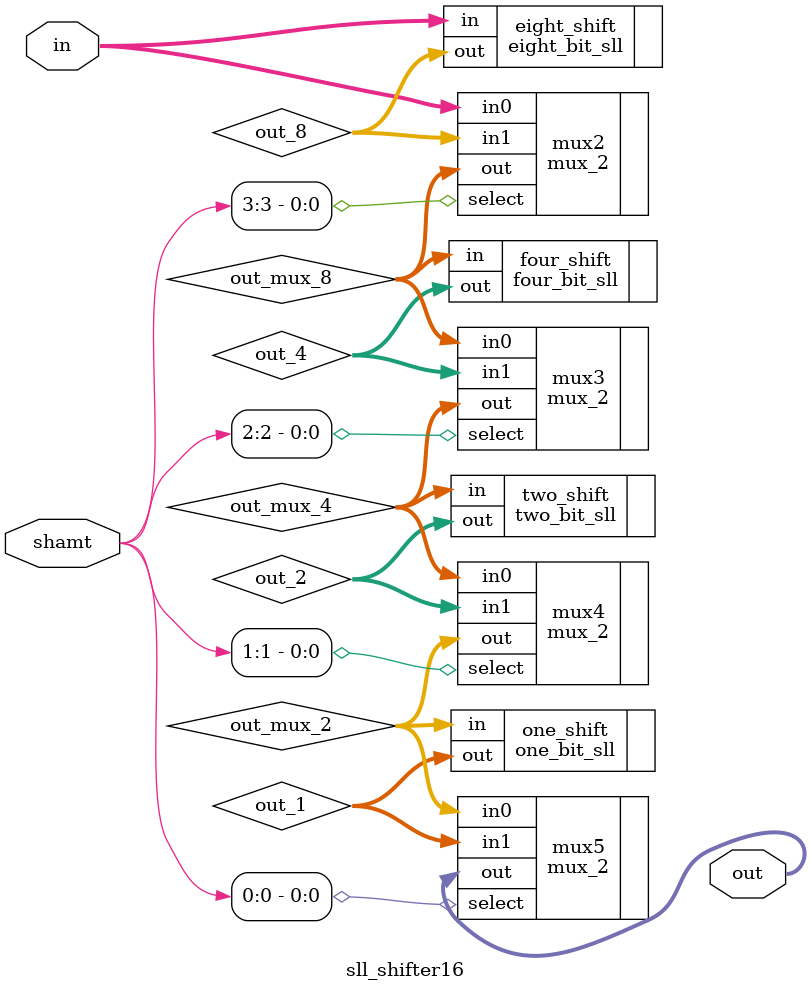
<source format=v>
module sll_shifter16(in, out, shamt);
	input [ 15 : 0 ] in; 
	output [ 15 : 0 ] out;
	input [3:0] shamt; 
	
	wire [16:0] out_8, out_4, out_2, out_1, out_mux_8, out_mux_4, out_mux_2; 
	
	
	eight_bit_sll eight_shift(.out(out_8), .in(in)); 
	
	mux_2 mux2(.out(out_mux_8), .select(shamt[3]), .in0(in), .in1(out_8)); 
	
	four_bit_sll four_shift(.out(out_4), .in(out_mux_8)); 
	
	mux_2 mux3(.out(out_mux_4), .select(shamt[2]), .in0(out_mux_8), .in1(out_4)); 

	two_bit_sll two_shift(.out(out_2), .in(out_mux_4)); 
	
	mux_2 mux4(.out(out_mux_2), .select(shamt[1]), .in0(out_mux_4), .in1(out_2)); 

	one_bit_sll one_shift(.out(out_1), .in(out_mux_2)); 
	
	mux_2 mux5(.out(out), .select(shamt[0]), .in0(out_mux_2), .in1(out_1)); 

endmodule
</source>
